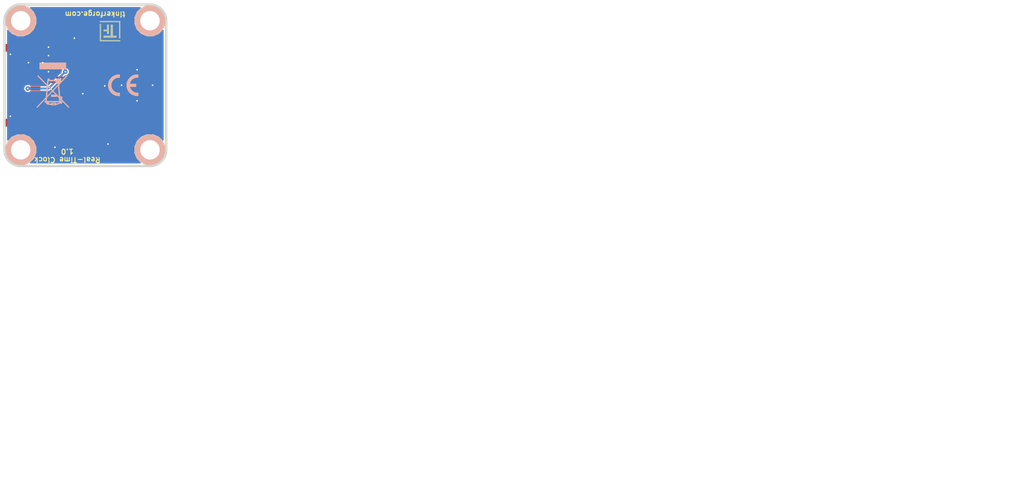
<source format=kicad_pcb>
(kicad_pcb (version 4) (host pcbnew 4.0.2+dfsg1-stable)
  (title_block (title "Real Time Clock Bricklet") (date "Di 17 Nov 2015") (rev 1.0) (company "Tinkerforge GmbH") (comment 1 "Licensed under CERN OHL v.1.1") (comment 2 "Copyright (©) 2015, B.Nordmeyer <bastian@tinkerforge.com>"))
  (layers (0 Vorderseite signal) (31 Rückseite signal) (34 B.Paste user) (35 F.Paste user) (36 B.SilkS user) (37 F.SilkS user) (38 B.Mask user) (39 F.Mask user) (44 Edge.Cuts user))
  (net 0 "")
  (net 1 GND)
  (net 2 SCL)
  (net 3 SDA)
  (net 4 "Net-(P1-Pad6)")
  (net 5 "Net-(P1-Pad7)")
  (net 6 "Net-(P1-Pad8)")
  (net 7 "Net-(P1-Pad9)")
  (net 8 "Net-(U2-Pad1)")
  (net 9 "Net-(U2-Pad2)")
  (net 10 3V3)
  (net 11 "Net-(BT1-Pad1)")
  (net 12 "Net-(P1-Pad1)")
  (net 13 "Net-(P1-Pad10)")
  (net 14 "Net-(RP1-Pad4)")
  (net 15 "Net-(U1-Pad7)")
  (module kicad-libraries:DRILL_NP (layer Vorderseite) (at 147.8 110.6 90)
    (fp_text reference U4 hide)
    (fp_text value DRILL hide)
    (pad "" np_thru_hole circle (at 0 0 90) (size 2.99974 2.99974) (drill 2.99974) (layers *.Cu *.Mask F.SilkS) (clearance 0.89916))
  )
  (module kicad-libraries:DRILL_NP (layer Vorderseite) (at 147.8 90.6)
    (fp_text reference U5 hide)
    (fp_text value DRILL hide)
    (pad "" np_thru_hole circle (at 0 0) (size 2.99974 2.99974) (drill 2.99974) (layers *.Cu *.Mask F.SilkS) (clearance 0.89916))
  )
  (module kicad-libraries:DRILL_NP (layer Vorderseite) (at 127.8 110.6 90)
    (fp_text reference U6 hide)
    (fp_text value DRILL hide)
    (pad "" np_thru_hole circle (at 0 0 90) (size 2.99974 2.99974) (drill 2.99974) (layers *.Cu *.Mask F.SilkS) (clearance 0.89916))
  )
  (module kicad-libraries:DRILL_NP (layer Vorderseite) (at 127.8 90.6 270)
    (fp_text reference U3 hide)
    (fp_text value DRILL hide)
    (pad "" np_thru_hole circle (at 0 0 270) (size 2.99974 2.99974) (drill 2.99974) (layers *.Cu *.Mask F.SilkS) (clearance 0.89916))
  )
  (module kicad-libraries:Logo_31x31 (layer Vorderseite) (at 143.2 93.8 180)
    (fp_text reference G*** hide)
    (fp_text value Logo_31x31 hide)
  )
  (module kicad-libraries:Fiducial_Mark (layer Vorderseite) (at 144.8 107.6)
    (fp_text reference Fiducial_Mark hide)
    (fp_text value VAL** hide)
    (pad 1 smd circle (at 0 0) (size 1.00076 1.00076) (layers Vorderseite F.Paste F.Mask) (clearance 0.65024))
  )
  (module kicad-libraries:Fiducial_Mark (layer Vorderseite) (at 131.8 89.6)
    (fp_text reference Fiducial_Mark hide)
    (fp_text value VAL** hide)
    (pad 1 smd circle (at 0 0) (size 1.00076 1.00076) (layers Vorderseite F.Paste F.Mask) (clearance 0.65024))
  )
  (module kicad-libraries:Fiducial_Mark (layer Vorderseite) (at 131.3 109.1)
    (fp_text reference Fiducial_Mark hide)
    (fp_text value VAL** hide)
    (pad 1 smd circle (at 0 0) (size 1.00076 1.00076) (layers Vorderseite F.Paste F.Mask) (clearance 0.65024))
  )
  (module kicad-libraries:C0603E (layer Vorderseite) (at 133.1 108.4 270)
    (fp_text reference C1)
    (fp_text value 100nF)
    (pad 1 smd rect (at -0.8501 0 270) (size 1.1 1) (layers Vorderseite F.Paste F.Mask) (net 10 3V3))
    (pad 2 smd rect (at 0.8501 0 270) (size 1.1 1) (layers Vorderseite F.Paste F.Mask) (net 1 GND))
  )
  (module kicad-libraries:C0603E (layer Vorderseite) (at 137.9 93.3 180)
    (fp_text reference C2)
    (fp_text value 100nF)
    (pad 1 smd rect (at -0.8501 0 180) (size 1.1 1) (layers Vorderseite F.Paste F.Mask) (net 10 3V3))
    (pad 2 smd rect (at 0.8501 0 180) (size 1.1 1) (layers Vorderseite F.Paste F.Mask) (net 1 GND))
  )
  (module kicad-libraries:C0603E (layer Vorderseite) (at 140.8 102.5 90)
    (fp_text reference C3)
    (fp_text value 100nF)
    (pad 1 smd rect (at -0.8501 0 90) (size 1.1 1) (layers Vorderseite F.Paste F.Mask) (net 11 "Net-(BT1-Pad1)"))
    (pad 2 smd rect (at 0.8501 0 90) (size 1.1 1) (layers Vorderseite F.Paste F.Mask) (net 1 GND))
  )
  (module kicad-libraries:CON-SENSOR (layer Vorderseite) (at 125.3 100.6 270)
    (fp_text reference P1)
    (fp_text value CON-SENSOR)
    (pad 1 smd rect (at -4.50088 -4.7752 270) (size 0.59944 1.5494) (layers Vorderseite F.Paste F.Mask) (net 12 "Net-(P1-Pad1)"))
    (pad 2 smd rect (at -3.50012 -4.7752 270) (size 0.59944 1.5494) (layers Vorderseite F.Paste F.Mask) (net 1 GND))
    (pad 3 smd rect (at -2.49936 -4.7752 270) (size 0.59944 1.5494) (layers Vorderseite F.Paste F.Mask) (net 10 3V3))
    (pad 4 smd rect (at -1.50114 -4.7752 270) (size 0.59944 1.5494) (layers Vorderseite F.Paste F.Mask) (net 2 SCL))
    (pad 5 smd rect (at -0.50038 -4.7752 270) (size 0.59944 1.5494) (layers Vorderseite F.Paste F.Mask) (net 3 SDA))
    (pad 6 smd rect (at 0.50038 -4.7752 270) (size 0.59944 1.5494) (layers Vorderseite F.Paste F.Mask) (net 4 "Net-(P1-Pad6)"))
    (pad 7 smd rect (at 1.50114 -4.7752 270) (size 0.59944 1.5494) (layers Vorderseite F.Paste F.Mask) (net 5 "Net-(P1-Pad7)"))
    (pad 8 smd rect (at 2.49936 -4.7752 270) (size 0.59944 1.5494) (layers Vorderseite F.Paste F.Mask) (net 6 "Net-(P1-Pad8)"))
    (pad 9 smd rect (at 3.50012 -4.7752 270) (size 0.59944 1.5494) (layers Vorderseite F.Paste F.Mask) (net 7 "Net-(P1-Pad9)"))
    (pad 10 smd rect (at 4.50088 -4.7752 270) (size 0.59944 1.5494) (layers Vorderseite F.Paste F.Mask) (net 13 "Net-(P1-Pad10)"))
    (pad EP smd rect (at -5.79882 -0.89916 270) (size 1.19888 1.80086) (layers Vorderseite F.Paste F.Mask) (net 1 GND))
    (pad EP smd rect (at 5.79882 -0.89916 270) (size 1.19888 1.80086) (layers Vorderseite F.Paste F.Mask) (net 1 GND))
  )
  (module kicad-libraries:BATTERY_HOLDER_2998 (layer Vorderseite) (at 145.8 100.6 90)
    (fp_text reference BT1)
    (fp_text value BATTERY)
    (pad 1 smd rect (at -4.7 0 90) (size 1.78 5.08) (layers Vorderseite F.Paste F.Mask) (net 11 "Net-(BT1-Pad1)"))
    (pad 1 smd rect (at 4.7 0 90) (size 1.78 5.08) (layers Vorderseite F.Paste F.Mask) (net 11 "Net-(BT1-Pad1)"))
    (pad 2 smd rect (at 0 0 90) (size 3.96 3.96) (layers Vorderseite F.Mask) (net 1 GND))
  )
  (module kicad-libraries:SO-8 (layer Vorderseite) (at 136 103.8 90)
    (fp_text reference U2)
    (fp_text value PCF85263AT)
    (pad 1 smd rect (at -1.90246 2.86766 270) (size 0.79756 2.19964) (layers Vorderseite F.Paste F.Mask) (net 8 "Net-(U2-Pad1)"))
    (pad 2 smd rect (at -0.63246 2.86766 270) (size 0.79756 2.19964) (layers Vorderseite F.Paste F.Mask) (net 9 "Net-(U2-Pad2)"))
    (pad 3 smd rect (at 0.63246 2.86766 270) (size 0.79756 2.19964) (layers Vorderseite F.Paste F.Mask) (net 11 "Net-(BT1-Pad1)"))
    (pad 4 smd rect (at 1.90246 2.86766 270) (size 0.79756 2.19964) (layers Vorderseite F.Paste F.Mask) (net 1 GND))
    (pad 5 smd rect (at 1.90246 -2.86766 90) (size 0.79756 2.19964) (layers Vorderseite F.Paste F.Mask) (net 5 "Net-(P1-Pad7)"))
    (pad 6 smd rect (at 0.63246 -2.86766 90) (size 0.79756 2.19964) (layers Vorderseite F.Paste F.Mask) (net 6 "Net-(P1-Pad8)"))
    (pad 7 smd rect (at -0.63246 -2.86766 90) (size 0.79756 2.19964) (layers Vorderseite F.Paste F.Mask) (net 7 "Net-(P1-Pad9)"))
    (pad 8 smd rect (at -1.90246 -2.86766 90) (size 0.79756 2.19964) (layers Vorderseite F.Paste F.Mask) (net 10 3V3))
  )
  (module kicad-libraries:SOIC8 (layer Vorderseite) (at 136 96.6 270)
    (fp_text reference U1)
    (fp_text value M24C64)
    (pad 1 smd rect (at -1.90246 2.69748 90) (size 0.59944 1.5494) (layers Vorderseite F.Paste F.Mask) (net 1 GND))
    (pad 2 smd rect (at -0.63246 2.69748 90) (size 0.59944 1.5494) (layers Vorderseite F.Paste F.Mask) (net 1 GND))
    (pad 3 smd rect (at 0.63246 2.69748 90) (size 0.59944 1.5494) (layers Vorderseite F.Paste F.Mask) (net 4 "Net-(P1-Pad6)"))
    (pad 4 smd rect (at 1.90246 2.69748 90) (size 0.59944 1.5494) (layers Vorderseite F.Paste F.Mask) (net 1 GND))
    (pad 5 smd rect (at 1.90246 -2.69748 270) (size 0.59944 1.5494) (layers Vorderseite F.Paste F.Mask) (net 3 SDA))
    (pad 6 smd rect (at 0.63246 -2.69748 270) (size 0.59944 1.5494) (layers Vorderseite F.Paste F.Mask) (net 2 SCL))
    (pad 7 smd rect (at -0.63246 -2.69748 270) (size 0.59944 1.5494) (layers Vorderseite F.Paste F.Mask) (net 15 "Net-(U1-Pad7)"))
    (pad 8 smd rect (at -1.90246 -2.69748 270) (size 0.59944 1.5494) (layers Vorderseite F.Paste F.Mask) (net 10 3V3))
  )
  (module kicad-libraries:WEEE_7mm_back (layer Rückseite) (at 132.8 100.6 180)
    (fp_text reference VAL hide)
    (fp_text value WEEE_7mm_back hide)
  )
  (module kicad-libraries:4X0603 (layer Vorderseite) (at 136.2 108.4)
    (fp_text reference RP1)
    (fp_text value 2k2)
    (pad 1 smd rect (at -1.19888 -0.8509) (size 0.44958 0.89916) (layers Vorderseite F.Paste F.Mask) (net 7 "Net-(P1-Pad9)"))
    (pad 2 smd rect (at -0.39878 -0.8509) (size 0.44958 0.89916) (layers Vorderseite F.Paste F.Mask) (net 6 "Net-(P1-Pad8)"))
    (pad 3 smd rect (at 0.39878 -0.8509) (size 0.44958 0.89916) (layers Vorderseite F.Paste F.Mask) (net 5 "Net-(P1-Pad7)"))
    (pad 4 smd rect (at 1.19888 -0.8509) (size 0.44958 0.89916) (layers Vorderseite F.Paste F.Mask) (net 14 "Net-(RP1-Pad4)"))
    (pad 5 smd rect (at 1.19888 0.8509) (size 0.44958 0.89916) (layers Vorderseite F.Paste F.Mask) (net 10 3V3))
    (pad 6 smd rect (at 0.39878 0.8509) (size 0.44958 0.89916) (layers Vorderseite F.Paste F.Mask) (net 10 3V3))
    (pad 7 smd rect (at -0.39878 0.8509) (size 0.44958 0.89916) (layers Vorderseite F.Paste F.Mask) (net 10 3V3))
    (pad 8 smd rect (at -1.19888 0.8509) (size 0.44958 0.89916) (layers Vorderseite F.Paste F.Mask) (net 10 3V3))
  )
  (module kicad-libraries:CE_5mm (layer Rückseite) (at 143.7 100.6)
    (fp_text reference VAL hide)
    (fp_text value CE_5mm hide)
  )
  (module kicad-libraries:AB26TRQ (layer Vorderseite) (at 141.3 111.5 180)
    (fp_text reference X1)
    (fp_text value 32.768kHz)
    (pad 3 smd rect (at 0 0 180) (size 1.5 2.4) (layers Vorderseite F.Paste F.Mask) (net 1 GND))
    (pad 1 smd rect (at -0.45 5.55 180) (size 0.6 1.1) (layers Vorderseite F.Paste F.Mask) (net 9 "Net-(U2-Pad2)"))
    (pad 2 smd rect (at 0.45 5.55 180) (size 0.6 1.1) (layers Vorderseite F.Paste F.Mask) (net 8 "Net-(U2-Pad1)"))
  )
  (gr_line (start 150.3 110.6) (end 150.3 90.6) (angle 90) (layer Edge.Cuts) (width 0.381))
  (gr_line (start 127.8 113.1) (end 147.8 113.1) (angle 90) (layer Edge.Cuts) (width 0.381))
  (gr_line (start 125.3 90.6) (end 125.3 110.6) (angle 90) (layer Edge.Cuts) (width 0.381))
  (gr_line (start 147.8 88.1) (end 127.8 88.1) (angle 90) (layer Edge.Cuts) (width 0.381))
  (gr_arc (start 127.8 90.6) (end 125.3 90.6) (angle 90) (layer Edge.Cuts) (width 0.381))
  (gr_arc (start 127.8 110.6) (end 127.8 113.1) (angle 90) (layer Edge.Cuts) (width 0.381))
  (gr_arc (start 147.8 110.6) (end 150.3 110.6) (angle 90) (layer Edge.Cuts) (width 0.381))
  (gr_arc (start 147.8 90.6) (end 147.8 88.1) (angle 90) (layer Edge.Cuts) (width 0.381))
  (gr_text tinkerforge.com (at 139.3 89.6 180) (layer F.SilkS) (effects (font (size 0.8001 0.8001) (thickness 0.14986))))
  (gr_text "Real-Time Clock\n1.0" (at 135 111.5 180) (layer F.SilkS) (effects (font (size 0.8001 0.8001) (thickness 0.14986))))
  (segment (start 130.0752 97.09988) (end 131.19988 97.09988) (width 0.5) (layer Vorderseite) (net 1))
  (via (at 131.2 97.1) (size 0.70104) (layers Vorderseite Rückseite) (net 1))
  (segment (start 131.19988 97.09988) (end 131.2 97.1) (width 0.5) (layer Vorderseite) (net 1))
  (segment (start 130.0752 97.09988) (end 129.00012 97.09988) (width 0.5) (layer Vorderseite) (net 1))
  (via (at 129 97.1) (size 0.70104) (layers Vorderseite Rückseite) (net 1))
  (segment (start 129.00012 97.09988) (end 129 97.1) (width 0.5) (layer Vorderseite) (net 1))
  (via (at 141.3 109.7) (size 0.70104) (layers Vorderseite Rückseite) (net 1))
  (segment (start 141.3 111.5) (end 141.3 109.7) (width 0.8001) (layer Vorderseite) (net 1))
  (via (at 143.4 100.6) (size 0.70104) (layers Vorderseite Rückseite) (net 1))
  (segment (start 145.8 100.6) (end 143.4 100.6) (width 0.8001) (layer Vorderseite) (net 1))
  (via (at 148.2 100.6) (size 0.70104) (layers Vorderseite Rückseite) (net 1))
  (segment (start 145.8 100.6) (end 148.2 100.6) (width 0.8001) (layer Vorderseite) (net 1))
  (via (at 145.8 98.2) (size 0.70104) (layers Vorderseite Rückseite) (net 1))
  (segment (start 145.8 100.6) (end 145.8 98.2) (width 0.8001) (layer Vorderseite) (net 1))
  (via (at 145.8 103) (size 0.70104) (layers Vorderseite Rückseite) (net 1))
  (segment (start 145.8 100.6) (end 145.8 103) (width 0.8001) (layer Vorderseite) (net 1))
  (via (at 140.8 100.7) (size 0.70104) (layers Vorderseite Rückseite) (net 1))
  (segment (start 140.8 101.6499) (end 140.8 100.7) (width 0.8001) (layer Vorderseite) (net 1))
  (segment (start 137.40246 101.89754) (end 137.4 101.9) (width 0.8001) (layer Vorderseite) (net 1))
  (via (at 137.4 101.9) (size 0.70104) (layers Vorderseite Rückseite) (net 1))
  (segment (start 138.86766 101.89754) (end 137.40246 101.89754) (width 0.8001) (layer Vorderseite) (net 1))
  (via (at 133.1 110.2) (size 0.70104) (layers Vorderseite Rückseite) (net 1))
  (segment (start 133.1 109.2501) (end 133.1 110.2) (width 0.8001) (layer Vorderseite) (net 1))
  (segment (start 126.19916 105.40084) (end 126.2 105.4) (width 0.8001) (layer Vorderseite) (net 1))
  (via (at 126.2 105.4) (size 0.70104) (layers Vorderseite Rückseite) (net 1))
  (segment (start 126.19916 106.39882) (end 126.19916 105.40084) (width 0.8001) (layer Vorderseite) (net 1))
  (segment (start 126.19916 95.79916) (end 126.2 95.8) (width 0.8001) (layer Vorderseite) (net 1))
  (via (at 126.2 95.8) (size 0.70104) (layers Vorderseite Rückseite) (net 1))
  (segment (start 126.19916 94.80118) (end 126.19916 95.79916) (width 0.8001) (layer Vorderseite) (net 1))
  (segment (start 132.10246 98.50246) (end 132.1 98.5) (width 0.8001) (layer Vorderseite) (net 1))
  (via (at 132.1 98.5) (size 0.70104) (layers Vorderseite Rückseite) (net 1))
  (segment (start 133.30252 98.50246) (end 132.10246 98.50246) (width 0.8001) (layer Vorderseite) (net 1))
  (segment (start 132.13246 95.96754) (end 132.1 96) (width 0.8001) (layer Vorderseite) (net 1))
  (via (at 132.1 96) (size 0.70104) (layers Vorderseite Rückseite) (net 1))
  (segment (start 133.30252 95.96754) (end 132.13246 95.96754) (width 0.8001) (layer Vorderseite) (net 1))
  (segment (start 132.10246 94.69754) (end 132.1 94.7) (width 0.8001) (layer Vorderseite) (net 1))
  (via (at 132.1 94.7) (size 0.70104) (layers Vorderseite Rückseite) (net 1))
  (segment (start 133.30252 94.69754) (end 132.10246 94.69754) (width 0.8001) (layer Vorderseite) (net 1))
  (via (at 136.1 93.3) (size 0.70104) (layers Vorderseite Rückseite) (net 1))
  (segment (start 137.0499 93.3) (end 136.1 93.3) (width 0.8001) (layer Vorderseite) (net 1))
  (segment (start 137.46754 97.23246) (end 135.3 99.4) (width 0.29972) (layer Vorderseite) (net 2))
  (segment (start 135.3 99.4) (end 131.7 99.4) (width 0.29972) (layer Vorderseite) (net 2))
  (segment (start 131.7 99.4) (end 131.39886 99.09886) (width 0.29972) (layer Vorderseite) (net 2))
  (segment (start 131.39886 99.09886) (end 130.0752 99.09886) (width 0.29972) (layer Vorderseite) (net 2))
  (segment (start 138.69748 97.23246) (end 137.46754 97.23246) (width 0.29972) (layer Vorderseite) (net 2))
  (segment (start 136.10038 100.09962) (end 137.69754 98.50246) (width 0.29972) (layer Vorderseite) (net 3))
  (segment (start 137.69754 98.50246) (end 138.69748 98.50246) (width 0.29972) (layer Vorderseite) (net 3))
  (segment (start 130.0752 100.09962) (end 136.10038 100.09962) (width 0.29972) (layer Vorderseite) (net 3))
  (segment (start 134.33246 97.23246) (end 134.7 97.6) (width 0.29972) (layer Vorderseite) (net 4))
  (segment (start 134.7 97.6) (end 134.7 98.5) (width 0.29972) (layer Vorderseite) (net 4))
  (via (at 134.7 98.5) (size 0.70104) (layers Vorderseite Rückseite) (net 4))
  (segment (start 134.7 98.5) (end 132.1 101.1) (width 0.29972) (layer Rückseite) (net 4))
  (segment (start 132.1 101.1) (end 128.9 101.1) (width 0.29972) (layer Rückseite) (net 4))
  (via (at 128.9 101.1) (size 0.70104) (layers Vorderseite Rückseite) (net 4))
  (segment (start 128.9 101.1) (end 128.90038 101.10038) (width 0.29972) (layer Vorderseite) (net 4))
  (segment (start 128.90038 101.10038) (end 130.0752 101.10038) (width 0.29972) (layer Vorderseite) (net 4))
  (segment (start 133.30252 97.23246) (end 134.33246 97.23246) (width 0.29972) (layer Vorderseite) (net 4))
  (segment (start 131.60246 101.89754) (end 131.39886 102.10114) (width 0.29972) (layer Vorderseite) (net 5))
  (segment (start 131.39886 102.10114) (end 130.0752 102.10114) (width 0.29972) (layer Vorderseite) (net 5))
  (segment (start 133.13234 101.89754) (end 131.60246 101.89754) (width 0.29972) (layer Vorderseite) (net 5))
  (segment (start 134.19754 101.89754) (end 133.13234 101.89754) (width 0.29972) (layer Vorderseite) (net 5))
  (segment (start 136.59878 104.29878) (end 134.19754 101.89754) (width 0.29972) (layer Vorderseite) (net 5))
  (segment (start 136.59878 107.5491) (end 136.59878 104.29878) (width 0.29972) (layer Vorderseite) (net 5))
  (segment (start 130.14338 103.16754) (end 130.0752 103.09936) (width 0.29972) (layer Vorderseite) (net 6))
  (segment (start 133.13234 103.16754) (end 130.14338 103.16754) (width 0.29972) (layer Vorderseite) (net 6))
  (segment (start 134.16754 103.16754) (end 133.13234 103.16754) (width 0.29972) (layer Vorderseite) (net 6))
  (segment (start 135.80122 104.80122) (end 134.16754 103.16754) (width 0.29972) (layer Vorderseite) (net 6))
  (segment (start 135.80122 107.5491) (end 135.80122 104.80122) (width 0.29972) (layer Vorderseite) (net 6))
  (segment (start 131.30012 104.10012) (end 131.63246 104.43246) (width 0.29972) (layer Vorderseite) (net 7))
  (segment (start 131.63246 104.43246) (end 133.13234 104.43246) (width 0.29972) (layer Vorderseite) (net 7))
  (segment (start 130.0752 104.10012) (end 131.30012 104.10012) (width 0.29972) (layer Vorderseite) (net 7))
  (segment (start 134.13246 104.43246) (end 133.13234 104.43246) (width 0.29972) (layer Vorderseite) (net 7))
  (segment (start 135.00112 105.30112) (end 134.13246 104.43246) (width 0.29972) (layer Vorderseite) (net 7))
  (segment (start 135.00112 107.5491) (end 135.00112 105.30112) (width 0.29972) (layer Vorderseite) (net 7))
  (segment (start 138.97012 105.6) (end 138.86766 105.70246) (width 0.5) (layer Vorderseite) (net 8))
  (segment (start 140.5 105.6) (end 138.97012 105.6) (width 0.29972) (layer Vorderseite) (net 8))
  (segment (start 140.85 105.95) (end 140.5 105.6) (width 0.29972) (layer Vorderseite) (net 8))
  (segment (start 140.13246 104.43246) (end 140.3 104.6) (width 0.29972) (layer Vorderseite) (net 9))
  (segment (start 140.3 104.6) (end 141.3 104.6) (width 0.29972) (layer Vorderseite) (net 9))
  (segment (start 141.3 104.6) (end 141.75 105.05) (width 0.29972) (layer Vorderseite) (net 9))
  (segment (start 141.75 105.05) (end 141.75 105.95) (width 0.29972) (layer Vorderseite) (net 9))
  (segment (start 138.86766 104.43246) (end 140.13246 104.43246) (width 0.29972) (layer Vorderseite) (net 9))
  (segment (start 137.39888 109.80112) (end 137.1 110.1) (width 0.29972) (layer Vorderseite) (net 10))
  (segment (start 135.8 110.1) (end 135.4 110.1) (width 0.29972) (layer Vorderseite) (net 10))
  (segment (start 136.6 110.1) (end 135.8 110.1) (width 0.29972) (layer Vorderseite) (net 10))
  (segment (start 137.1 110.1) (end 136.6 110.1) (width 0.29972) (layer Vorderseite) (net 10))
  (segment (start 135.4 110.1) (end 135.00112 109.70112) (width 0.29972) (layer Vorderseite) (net 10))
  (segment (start 135.00112 109.70112) (end 135.00112 109.2509) (width 0.29972) (layer Vorderseite) (net 10))
  (segment (start 137.39888 109.2509) (end 137.39888 109.80112) (width 0.29972) (layer Vorderseite) (net 10))
  (segment (start 133.4499 107.5499) (end 133.1 107.5499) (width 0.29972) (layer Vorderseite) (net 10))
  (segment (start 135.00112 109.10112) (end 133.4499 107.5499) (width 0.29972) (layer Vorderseite) (net 10))
  (segment (start 135.00112 109.2509) (end 135.00112 109.10112) (width 0.29972) (layer Vorderseite) (net 10))
  (segment (start 130.5499 107.5499) (end 127.8 104.8) (width 0.29972) (layer Vorderseite) (net 10))
  (segment (start 127.8 104.8) (end 127.8 99.1) (width 0.29972) (layer Vorderseite) (net 10))
  (segment (start 127.8 99.1) (end 128.79936 98.10064) (width 0.29972) (layer Vorderseite) (net 10))
  (segment (start 128.79936 98.10064) (end 130.0752 98.10064) (width 0.29972) (layer Vorderseite) (net 10))
  (segment (start 133.1 107.5499) (end 130.5499 107.5499) (width 0.29972) (layer Vorderseite) (net 10))
  (segment (start 133.13234 107.51756) (end 133.1 107.5499) (width 0.29972) (layer Vorderseite) (net 10))
  (segment (start 133.13234 105.70246) (end 133.13234 107.51756) (width 0.29972) (layer Vorderseite) (net 10))
  (segment (start 138.7501 92.4501) (end 138.2 91.9) (width 0.29972) (layer Vorderseite) (net 10))
  (segment (start 138.2 91.9) (end 131.9 91.9) (width 0.29972) (layer Vorderseite) (net 10))
  (segment (start 131.9 91.9) (end 127.8 96) (width 0.29972) (layer Vorderseite) (net 10))
  (segment (start 127.8 96) (end 127.8 97.10128) (width 0.29972) (layer Vorderseite) (net 10))
  (segment (start 127.8 97.10128) (end 128.79936 98.10064) (width 0.29972) (layer Vorderseite) (net 10))
  (segment (start 138.7501 93.3) (end 138.7501 92.4501) (width 0.29972) (layer Vorderseite) (net 10))
  (segment (start 138.7501 94.64492) (end 138.69748 94.69754) (width 0.25) (layer Vorderseite) (net 10))
  (segment (start 138.7501 93.3) (end 138.7501 94.64492) (width 0.29972) (layer Vorderseite) (net 10))
  (segment (start 135.80122 110.1) (end 135.8 110.1) (width 0.29972) (layer Vorderseite) (net 10))
  (segment (start 135.80122 109.2509) (end 135.80122 110.1) (width 0.29972) (layer Vorderseite) (net 10))
  (segment (start 136.59878 110.1) (end 136.6 110.09878) (width 0.29972) (layer Vorderseite) (net 10))
  (segment (start 136.6 110.09878) (end 136.6 110) (width 0.29972) (layer Vorderseite) (net 10))
  (segment (start 136.6 110) (end 136.6 110.1) (width 0.29972) (layer Vorderseite) (net 10))
  (segment (start 136.59878 109.2509) (end 136.59878 110.1) (width 0.29972) (layer Vorderseite) (net 10))
  (segment (start 140.61744 103.16754) (end 140.8 103.3501) (width 0.5) (layer Vorderseite) (net 11))
  (segment (start 138.86766 103.16754) (end 140.61744 103.16754) (width 0.5) (layer Vorderseite) (net 11))
  (segment (start 143.6 105.3) (end 145.8 105.3) (width 0.5) (layer Vorderseite) (net 11))
  (segment (start 141.6501 103.3501) (end 143.6 105.3) (width 0.5) (layer Vorderseite) (net 11))
  (segment (start 140.8 103.3501) (end 141.6501 103.3501) (width 0.5) (layer Vorderseite) (net 11))
  (segment (start 148 95.9) (end 145.8 95.9) (width 0.5) (layer Vorderseite) (net 11))
  (segment (start 148.4 105.3) (end 149.5 104.2) (width 0.5) (layer Vorderseite) (net 11))
  (segment (start 149.5 104.2) (end 149.5 97.4) (width 0.5) (layer Vorderseite) (net 11))
  (segment (start 149.5 97.4) (end 148 95.9) (width 0.5) (layer Vorderseite) (net 11))
  (segment (start 145.8 105.3) (end 148.4 105.3) (width 0.5) (layer Vorderseite) (net 11))
  (zone (net 1) (net_name GND) (layer Rückseite) (connect_pads (clearance 0.2)) (min_thickness 0.2) (fill yes (arc_segments 16) (thermal_gap 0.21) (thermal_bridge_width 0.21))
    (polygon (pts (xy 125.3 88.1) (xy 150.3 88.1) (xy 150.3 113.1) (xy 125.3 113.1)))
  )
)
</source>
